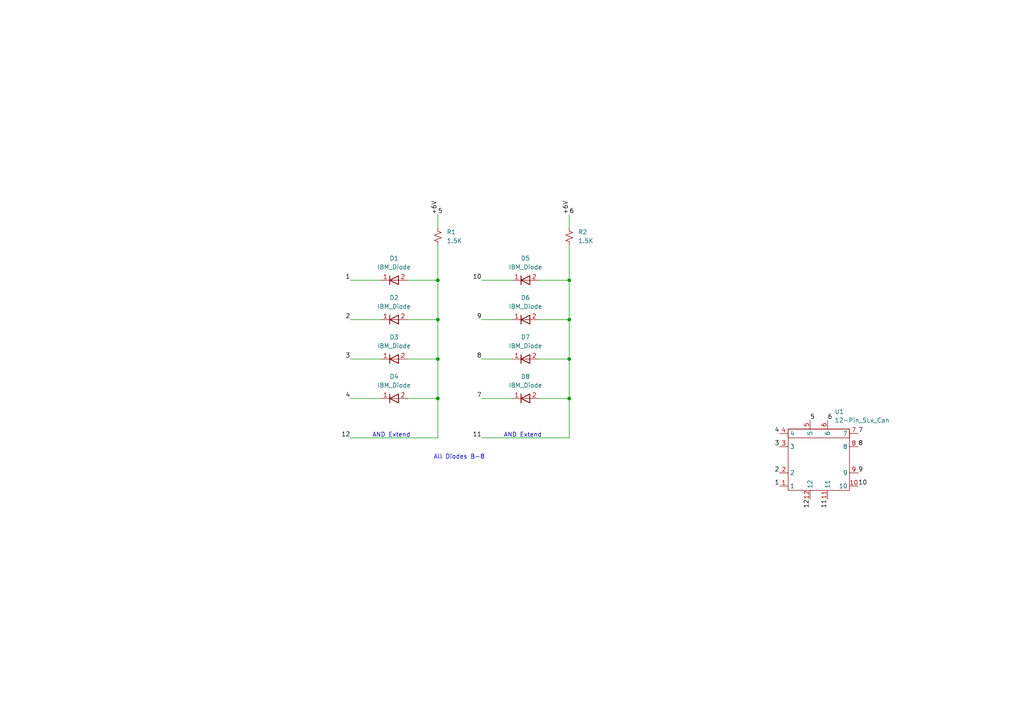
<source format=kicad_sch>
(kicad_sch (version 20211123) (generator eeschema)
  (paper "A4")
  (lib_symbols
    (symbol "Device:R_Small_US" (pin_numbers hide) (pin_names (offset 0.254) hide)
      (property "Reference" "R" (at 0.762 0.508 0))
      (property "Value" "R_Small_US" (at 0.762 -1.016 0))
      (symbol "R_Small_US_1_1"
        (polyline (pts (xy 0 0) (xy 1.016 -0.381) (xy 0 -0.762) (xy -1.016 -1.143) (xy 0 -1.524)))
        (polyline (pts (xy 0 1.524) (xy 1.016 1.143) (xy 0 0.762) (xy -1.016 0.381) (xy 0 0)))
        (pin passive line (at 0 2.54 270) (length 1.016) (name "~") (number "1"))
        (pin passive line (at 0 -2.54 90) (length 1.016) (name "~") (number "2"))
      )
    )
    (symbol "IBM_SLT-SLD:12-Pin_SLx_Can"
      (property "Reference" "U" (at 0 -2.54 0))
      (property "Value" "12-Pin_SLx_Can" (at 0 0 0))
      (symbol "12-Pin_SLx_Can_0_1"
        (rectangle (start -8.89 8.89) (end 8.89 -8.89))
        (rectangle (start -8.89 8.89) (end 8.89 6.35))
      )
      (symbol "12-Pin_SLx_Can_1_1"
        (pin passive line (at -11.43 -7.62 0) (length 2.54) (name "1") (number "1"))
        (pin passive line (at 11.43 -7.62 180) (length 2.54) (name "10") (number "10"))
        (pin passive line (at 2.54 -11.43 90) (length 2.54) (name "11") (number "11"))
        (pin passive line (at -2.54 -11.43 90) (length 2.54) (name "12") (number "12"))
        (pin passive line (at -11.43 -3.81 0) (length 2.54) (name "2") (number "2"))
        (pin passive line (at -11.43 3.81 0) (length 2.54) (name "3") (number "3"))
        (pin passive line (at -11.43 7.62 0) (length 2.54) (name "4") (number "4"))
        (pin passive line (at -2.54 11.43 270) (length 2.54) (name "5") (number "5"))
        (pin passive line (at 2.54 11.43 270) (length 2.54) (name "6") (number "6"))
        (pin passive line (at 11.43 7.62 180) (length 2.54) (name "7") (number "7"))
        (pin passive line (at 11.43 3.81 180) (length 2.54) (name "8") (number "8"))
        (pin passive line (at 11.43 -3.81 180) (length 2.54) (name "9") (number "9"))
      )
    )
    (symbol "IBM_SLT-SLD:IBM_Diode"
      (property "Reference" "D" (at 0 5.08 0))
      (property "Value" "IBM_Diode" (at 0 2.54 0))
      (symbol "IBM_Diode_0_1"
        (polyline (pts (xy -1.27 1.27) (xy -1.27 -1.27)) (stroke (width 0.254)))
        (polyline (pts (xy 1.27 0) (xy -1.27 0)))
        (polyline (pts (xy 1.27 1.27) (xy 1.27 -1.27) (xy -1.27 0) (xy 1.27 1.27)) (stroke (width 0.254)))
      )
      (symbol "IBM_Diode_1_1"
        (pin passive line (at -3.81 0 0) (length 2.54) (name "K") (number "1"))
        (pin passive line (at 3.81 0 180) (length 2.54) (name "A") (number "2"))
      )
    )
  )
  (junction (at 127 115.57))
  (junction (at 165.1 81.28))
  (junction (at 127 104.14))
  (junction (at 127 81.28))
  (junction (at 165.1 115.57))
  (junction (at 165.1 92.71))
  (junction (at 127 92.71))
  (junction (at 165.1 104.14))
  (wire (pts (xy 139.7 127) (xy 165.1 127)))
  (wire (pts (xy 165.1 115.57) (xy 165.1 127)))
  (wire (pts (xy 127 62.23) (xy 127 66.04)))
  (wire (pts (xy 127 71.12) (xy 127 81.28)))
  (wire (pts (xy 118.11 104.14) (xy 127 104.14)))
  (wire (pts (xy 156.21 104.14) (xy 165.1 104.14)))
  (wire (pts (xy 165.1 104.14) (xy 165.1 115.57)))
  (wire (pts (xy 139.7 104.14) (xy 148.59 104.14)))
  (wire (pts (xy 139.7 92.71) (xy 148.59 92.71)))
  (wire (pts (xy 156.21 81.28) (xy 165.1 81.28)))
  (wire (pts (xy 101.6 115.57) (xy 110.49 115.57)))
  (wire (pts (xy 165.1 71.12) (xy 165.1 81.28)))
  (wire (pts (xy 101.6 81.28) (xy 110.49 81.28)))
  (wire (pts (xy 139.7 81.28) (xy 148.59 81.28)))
  (wire (pts (xy 156.21 92.71) (xy 165.1 92.71)))
  (wire (pts (xy 118.11 92.71) (xy 127 92.71)))
  (wire (pts (xy 101.6 92.71) (xy 110.49 92.71)))
  (wire (pts (xy 127 92.71) (xy 127 104.14)))
  (wire (pts (xy 127 81.28) (xy 127 92.71)))
  (wire (pts (xy 165.1 62.23) (xy 165.1 66.04)))
  (wire (pts (xy 127 127) (xy 101.6 127)))
  (wire (pts (xy 165.1 92.71) (xy 165.1 104.14)))
  (wire (pts (xy 118.11 81.28) (xy 127 81.28)))
  (wire (pts (xy 165.1 81.28) (xy 165.1 92.71)))
  (wire (pts (xy 156.21 115.57) (xy 165.1 115.57)))
  (wire (pts (xy 127 115.57) (xy 127 127)))
  (wire (pts (xy 139.7 115.57) (xy 148.59 115.57)))
  (wire (pts (xy 127 104.14) (xy 127 115.57)))
  (wire (pts (xy 118.11 115.57) (xy 127 115.57)))
  (wire (pts (xy 101.6 104.14) (xy 110.49 104.14)))
  (text "AND Extend" (at 107.95 127 0) (effects (font (size 1.27 1.27)) (justify left bottom)))
  (text "All Diodes B-8" (at 125.73 133.35 0) (effects (font (size 1.27 1.27)) (justify left bottom)))
  (text "AND Extend" (at 146.05 127 0) (effects (font (size 1.27 1.27)) (justify left bottom)))
  (label "8" (at 139.7 104.14 180))
  (label "9" (at 248.92 137.16 0))
  (label "7" (at 248.92 125.73 0))
  (label "5" (at 127 62.23 0))
  (label "+6V" (at 165.1 62.23 90))
  (label "5" (at 234.95 121.92 0))
  (label "11" (at 240.03 144.78 270))
  (label "7" (at 139.7 115.57 180))
  (label "12" (at 101.6 127 180))
  (label "2" (at 101.6 92.71 180))
  (label "6" (at 165.1 62.23 0))
  (label "4" (at 226.06 125.73 180))
  (label "10" (at 248.92 140.97 0))
  (label "11" (at 139.7 127 180))
  (label "3" (at 226.06 129.54 180))
  (label "8" (at 248.92 129.54 0))
  (label "+6V" (at 127 62.23 90))
  (label "1" (at 226.06 140.97 180))
  (label "10" (at 139.7 81.28 180))
  (label "1" (at 101.6 81.28 180))
  (label "12" (at 234.95 144.78 270))
  (label "4" (at 101.6 115.57 180))
  (label "3" (at 101.6 104.14 180))
  (label "2" (at 226.06 137.16 180))
  (label "9" (at 139.7 92.71 180))
  (label "6" (at 240.03 121.92 0))
  (symbol (lib_id "IBM_SLT-SLD:IBM_Diode") (at 114.3 115.57 0) (unit 1)
    (property "Reference" "D4" (at 114.3 109.22 0))
    (property "Value" "IBM_Diode" (at 114.3 111.76 0))
    (property "Footprint" "Diode_SMD:D_0201_0603Metric" (effects hide))
  )
  (symbol (lib_id "IBM_SLT-SLD:IBM_Diode") (at 114.3 92.71 0) (unit 1)
    (property "Reference" "D2" (at 114.3 86.36 0))
    (property "Value" "IBM_Diode" (at 114.3 88.9 0))
    (property "Footprint" "Diode_SMD:D_0201_0603Metric" (effects hide))
  )
  (symbol (lib_id "IBM_SLT-SLD:IBM_Diode") (at 152.4 104.14 0) (unit 1)
    (property "Reference" "D7" (at 152.4 97.79 0))
    (property "Value" "IBM_Diode" (at 152.4 100.33 0))
    (property "Footprint" "Diode_SMD:D_0201_0603Metric" (effects hide))
  )
  (symbol (lib_id "Device:R_Small_US") (at 165.1 68.58 0) (unit 1)
    (property "Reference" "R2" (at 167.64 67.3099 0) (effects (justify left)))
    (property "Value" "1.5K" (at 167.64 69.8499 0) (effects (justify left)))
    (property "Footprint" "Resistor_SMD:R_0201_0603Metric" (effects hide))
  )
  (symbol (lib_id "Device:R_Small_US") (at 127 68.58 0) (unit 1)
    (property "Reference" "R1" (at 129.54 67.3099 0) (effects (justify left)))
    (property "Value" "1.5K" (at 129.54 69.8499 0) (effects (justify left)))
    (property "Footprint" "Resistor_SMD:R_0201_0603Metric" (effects hide))
  )
  (symbol (lib_id "IBM_SLT-SLD:12-Pin_SLx_Can") (at 237.49 133.35 0) (unit 1)
    (property "Reference" "U1" (at 242.0494 119.38 0) (effects (justify left)))
    (property "Value" "12-Pin_SLx_Can" (at 242.0494 121.92 0) (effects (justify left)))
    (property "Footprint" "IBM_SLT-SLD:12-Pin_SLx_Can" (effects hide))
  )
  (symbol (lib_id "IBM_SLT-SLD:IBM_Diode") (at 114.3 81.28 0) (unit 1)
    (property "Reference" "D1" (at 114.3 74.93 0))
    (property "Value" "IBM_Diode" (at 114.3 77.47 0))
    (property "Footprint" "Diode_SMD:D_0201_0603Metric" (effects hide))
  )
  (symbol (lib_id "IBM_SLT-SLD:IBM_Diode") (at 152.4 115.57 0) (unit 1)
    (property "Reference" "D8" (at 152.4 109.22 0))
    (property "Value" "IBM_Diode" (at 152.4 111.76 0))
    (property "Footprint" "Diode_SMD:D_0201_0603Metric" (effects hide))
  )
  (symbol (lib_id "IBM_SLT-SLD:IBM_Diode") (at 114.3 104.14 0) (unit 1)
    (property "Reference" "D3" (at 114.3 97.79 0))
    (property "Value" "IBM_Diode" (at 114.3 100.33 0))
    (property "Footprint" "Diode_SMD:D_0201_0603Metric" (effects hide))
  )
  (symbol (lib_id "IBM_SLT-SLD:IBM_Diode") (at 152.4 81.28 0) (unit 1)
    (property "Reference" "D5" (at 152.4 74.93 0))
    (property "Value" "IBM_Diode" (at 152.4 77.47 0))
    (property "Footprint" "Diode_SMD:D_0201_0603Metric" (effects hide))
  )
  (symbol (lib_id "IBM_SLT-SLD:IBM_Diode") (at 152.4 92.71 0) (unit 1)
    (property "Reference" "D6" (at 152.4 86.36 0))
    (property "Value" "IBM_Diode" (at 152.4 88.9 0))
    (property "Footprint" "Diode_SMD:D_0201_0603Metric" (effects hide))
  )
)
</source>
